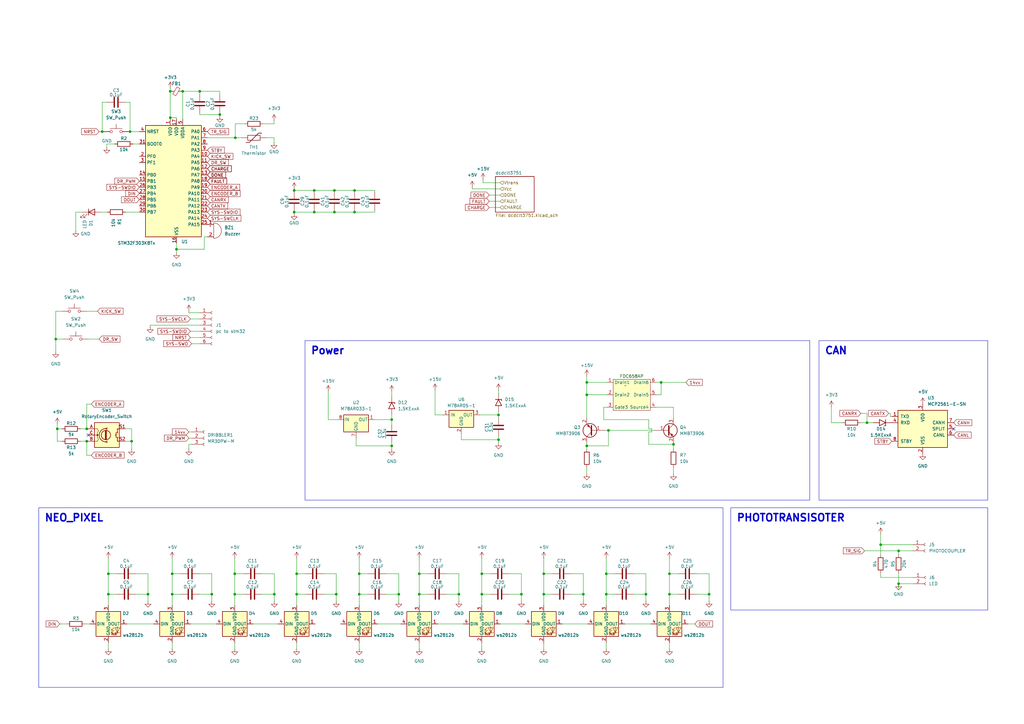
<source format=kicad_sch>
(kicad_sch (version 20230121) (generator eeschema)
  (paper "A3")
  (title_block (title "ssl_subboard_v1.0") (date "2023-11-7") (company "Ri-one_SSL") (comment 1 "made by Kotaro OCHIISHI"))
  (junction (at 53.975 180.975))
  (junction (at 368.554 239.395))
  (junction (at 145.415 86.995))
  (junction (at 223.012 235.331))
  (junction (at 204.47 180.34))
  (junction (at 188.214 243.713))
  (junction (at 361.188 223.393))
  (junction (at 44.45 235.331))
  (junction (at 163.576 243.713))
  (junction (at 147.32 243.713))
  (junction (at 240.665 182.88))
  (junction (at 368.554 225.933))
  (junction (at 249.555 176.53))
  (junction (at 53.34 53.975))
  (junction (at 69.85 37.465))
  (junction (at 112.522 243.713))
  (junction (at 145.415 78.105))
  (junction (at 248.666 235.331))
  (junction (at 128.905 86.995))
  (junction (at 44.45 243.713))
  (junction (at 120.65 78.105))
  (junction (at 137.16 86.995))
  (junction (at 90.17 46.99))
  (junction (at 160.655 172.085))
  (junction (at 274.574 243.713))
  (junction (at 240.665 156.845))
  (junction (at 276.225 182.245))
  (junction (at 72.39 102.235))
  (junction (at 197.612 243.713))
  (junction (at 213.868 243.713))
  (junction (at 271.145 156.845))
  (junction (at 35.56 180.975))
  (junction (at 96.52 56.515))
  (junction (at 355.6 173.355))
  (junction (at 171.958 235.331))
  (junction (at 197.612 235.331))
  (junction (at 22.86 139.065))
  (junction (at 239.268 243.713))
  (junction (at 204.47 170.18))
  (junction (at 121.666 235.331))
  (junction (at 74.93 37.465))
  (junction (at 70.612 243.713))
  (junction (at 35.56 175.895))
  (junction (at 137.922 243.713))
  (junction (at 120.65 86.995))
  (junction (at 274.574 235.331))
  (junction (at 96.266 235.331))
  (junction (at 147.32 235.331))
  (junction (at 160.655 182.88))
  (junction (at 240.665 161.925))
  (junction (at 81.915 37.465))
  (junction (at 248.666 243.713))
  (junction (at 137.16 78.105))
  (junction (at 69.85 48.26))
  (junction (at 86.868 243.713))
  (junction (at 121.666 243.713))
  (junction (at 60.706 243.713))
  (junction (at 70.612 235.331))
  (junction (at 23.495 175.895))
  (junction (at 171.958 243.713))
  (junction (at 290.83 243.713))
  (junction (at 96.266 243.713))
  (junction (at 41.91 53.975))
  (junction (at 264.922 243.713))
  (junction (at 128.905 78.105))
  (junction (at 223.012 243.713))
  (no_connect (at 391.16 175.895))
  (no_connect (at 36.195 178.435))
  (wire (pts (xy 120.65 77.47) (xy 120.65 78.105)))
  (wire (pts (xy 31.115 94.615) (xy 31.115 86.995)))
  (wire (pts (xy 121.666 235.331) (xy 121.666 243.713)))
  (wire (pts (xy 78.105 138.43) (xy 81.915 138.43)))
  (wire (pts (xy 204.47 168.91) (xy 204.47 170.18)))
  (wire (pts (xy 24.511 255.905) (xy 27.305 255.905)))
  (wire (pts (xy 197.612 235.331) (xy 197.612 243.713)))
  (wire (pts (xy 35.56 186.69) (xy 37.465 186.69)))
  (wire (pts (xy 234.188 243.713) (xy 239.268 243.713)))
  (wire (pts (xy 171.958 235.331) (xy 175.514 235.331)))
  (wire (pts (xy 179.578 255.905) (xy 189.992 255.905)))
  (wire (pts (xy 171.958 263.525) (xy 171.958 266.065)))
  (wire (pts (xy 264.922 235.331) (xy 264.922 243.713)))
  (wire (pts (xy 107.442 235.331) (xy 112.522 235.331)))
  (wire (pts (xy 153.67 78.105) (xy 153.67 78.74)))
  (wire (pts (xy 285.75 243.713) (xy 290.83 243.713)))
  (wire (pts (xy 193.675 77.47) (xy 205.105 77.47)))
  (wire (pts (xy 23.495 175.895) (xy 23.495 180.975)))
  (wire (pts (xy 43.942 86.995) (xy 41.402 86.995)))
  (wire (pts (xy 248.666 243.713) (xy 248.666 248.285)))
  (wire (pts (xy 53.34 53.975) (xy 57.15 53.975)))
  (wire (pts (xy 43.815 41.91) (xy 41.91 41.91)))
  (wire (pts (xy 183.134 235.331) (xy 188.214 235.331)))
  (wire (pts (xy 86.868 235.331) (xy 86.868 243.713)))
  (wire (pts (xy 77.47 179.705) (xy 78.74 179.705)))
  (wire (pts (xy 53.975 180.975) (xy 53.975 184.15)))
  (wire (pts (xy 146.05 179.705) (xy 146.05 182.88)))
  (wire (pts (xy 96.52 56.515) (xy 99.06 56.515)))
  (wire (pts (xy 178.435 160.02) (xy 178.435 170.18)))
  (wire (pts (xy 147.32 228.981) (xy 147.32 235.331)))
  (wire (pts (xy 107.442 243.713) (xy 112.522 243.713)))
  (wire (pts (xy 77.47 177.165) (xy 78.74 177.165)))
  (wire (pts (xy 240.665 154.305) (xy 240.665 156.845)))
  (wire (pts (xy 266.065 172.085) (xy 266.065 175.895)))
  (wire (pts (xy 355.6 173.355) (xy 353.06 173.355)))
  (wire (pts (xy 134.62 160.655) (xy 134.62 172.085)))
  (wire (pts (xy 22.86 127.635) (xy 22.86 139.065)))
  (wire (pts (xy 200.66 82.55) (xy 205.105 82.55)))
  (wire (pts (xy 53.34 41.91) (xy 53.34 53.975)))
  (wire (pts (xy 267.335 177.165) (xy 266.065 177.165)))
  (wire (pts (xy 269.24 167.005) (xy 276.225 167.005)))
  (wire (pts (xy 239.268 243.713) (xy 239.268 246.507)))
  (wire (pts (xy 204.47 160.02) (xy 204.47 161.29)))
  (wire (pts (xy 171.958 243.713) (xy 175.514 243.713)))
  (wire (pts (xy 204.47 179.07) (xy 204.47 180.34)))
  (wire (pts (xy 160.655 181.61) (xy 160.655 182.88)))
  (wire (pts (xy 51.435 41.91) (xy 53.34 41.91)))
  (wire (pts (xy 81.915 37.465) (xy 81.915 38.735)))
  (wire (pts (xy 61.595 133.35) (xy 61.595 133.985)))
  (wire (pts (xy 54.61 59.055) (xy 57.15 59.055)))
  (wire (pts (xy 74.93 37.465) (xy 81.915 37.465)))
  (wire (pts (xy 69.85 36.195) (xy 69.85 37.465)))
  (wire (pts (xy 44.45 263.525) (xy 44.45 266.065)))
  (wire (pts (xy 204.47 180.34) (xy 189.23 180.34)))
  (wire (pts (xy 96.266 263.525) (xy 96.266 266.065)))
  (wire (pts (xy 35.56 165.735) (xy 35.56 175.895)))
  (wire (pts (xy 81.788 235.331) (xy 86.868 235.331)))
  (wire (pts (xy 271.145 161.925) (xy 271.145 156.845)))
  (wire (pts (xy 121.666 235.331) (xy 125.222 235.331)))
  (wire (pts (xy 96.266 243.713) (xy 96.266 248.285)))
  (wire (pts (xy 90.17 46.355) (xy 90.17 46.99)))
  (wire (pts (xy 198.12 74.93) (xy 205.105 74.93)))
  (wire (pts (xy 70.612 243.713) (xy 70.612 248.285)))
  (wire (pts (xy 198.12 73.66) (xy 198.12 74.93)))
  (wire (pts (xy 22.86 139.065) (xy 26.035 139.065)))
  (wire (pts (xy 197.612 263.525) (xy 197.612 266.065)))
  (wire (pts (xy 248.666 235.331) (xy 252.222 235.331)))
  (wire (pts (xy 112.522 235.331) (xy 112.522 243.713)))
  (wire (pts (xy 33.02 180.975) (xy 35.56 180.975)))
  (wire (pts (xy 128.905 86.36) (xy 128.905 86.995)))
  (wire (pts (xy 374.65 236.855) (xy 361.188 236.855)))
  (wire (pts (xy 274.574 243.713) (xy 278.13 243.713)))
  (wire (pts (xy 223.012 235.331) (xy 226.568 235.331)))
  (wire (pts (xy 81.915 128.27) (xy 77.47 128.27)))
  (wire (pts (xy 70.612 228.981) (xy 70.612 235.331)))
  (wire (pts (xy 355.6 173.355) (xy 358.14 173.355)))
  (wire (pts (xy 44.45 235.331) (xy 48.006 235.331)))
  (wire (pts (xy 70.612 235.331) (xy 74.168 235.331)))
  (wire (pts (xy 248.666 235.331) (xy 248.666 243.713)))
  (wire (pts (xy 112.395 49.53) (xy 112.395 50.8)))
  (wire (pts (xy 248.92 156.845) (xy 240.665 156.845)))
  (wire (pts (xy 189.23 177.8) (xy 189.23 180.34)))
  (wire (pts (xy 171.958 228.981) (xy 171.958 235.331)))
  (wire (pts (xy 145.415 78.105) (xy 153.67 78.105)))
  (wire (pts (xy 53.975 180.975) (xy 51.435 180.975)))
  (wire (pts (xy 223.012 228.981) (xy 223.012 235.331)))
  (wire (pts (xy 188.214 235.331) (xy 188.214 243.713)))
  (wire (pts (xy 128.905 78.105) (xy 137.16 78.105)))
  (wire (pts (xy 160.655 182.88) (xy 146.05 182.88)))
  (wire (pts (xy 178.435 170.18) (xy 181.61 170.18)))
  (wire (pts (xy 256.286 255.905) (xy 266.954 255.905)))
  (wire (pts (xy 51.435 175.895) (xy 53.975 175.895)))
  (wire (pts (xy 90.17 37.465) (xy 90.17 38.735)))
  (wire (pts (xy 248.285 176.53) (xy 249.555 176.53)))
  (wire (pts (xy 240.665 181.61) (xy 240.665 182.88)))
  (wire (pts (xy 276.225 181.61) (xy 276.225 182.245)))
  (wire (pts (xy 248.92 167.005) (xy 247.65 167.005)))
  (wire (pts (xy 90.17 46.99) (xy 81.915 46.99)))
  (wire (pts (xy 353.06 169.545) (xy 355.6 169.545)))
  (wire (pts (xy 249.555 182.88) (xy 249.555 176.53)))
  (wire (pts (xy 69.85 48.26) (xy 69.85 48.895)))
  (wire (pts (xy 160.655 160.655) (xy 160.655 162.56)))
  (wire (pts (xy 266.065 175.895) (xy 267.335 175.895)))
  (wire (pts (xy 147.32 235.331) (xy 150.876 235.331)))
  (wire (pts (xy 145.415 86.36) (xy 145.415 86.995)))
  (wire (pts (xy 23.495 180.975) (xy 25.4 180.975)))
  (wire (pts (xy 44.45 235.331) (xy 44.45 243.713)))
  (wire (pts (xy 204.47 170.18) (xy 196.85 170.18)))
  (wire (pts (xy 96.266 235.331) (xy 99.822 235.331)))
  (wire (pts (xy 163.576 243.713) (xy 163.576 246.507)))
  (wire (pts (xy 85.09 56.515) (xy 96.52 56.515)))
  (wire (pts (xy 239.268 235.331) (xy 239.268 243.713)))
  (wire (pts (xy 121.666 243.713) (xy 125.222 243.713)))
  (wire (pts (xy 290.83 235.331) (xy 290.83 243.713)))
  (wire (pts (xy 35.56 180.975) (xy 35.56 186.69)))
  (wire (pts (xy 340.995 173.355) (xy 345.44 173.355)))
  (wire (pts (xy 197.612 235.331) (xy 201.168 235.331)))
  (wire (pts (xy 44.45 243.713) (xy 48.006 243.713)))
  (wire (pts (xy 120.65 86.36) (xy 120.65 86.995)))
  (wire (pts (xy 70.612 235.331) (xy 70.612 243.713)))
  (wire (pts (xy 137.16 78.105) (xy 137.16 78.74)))
  (wire (pts (xy 112.522 243.713) (xy 112.522 246.507)))
  (wire (pts (xy 78.232 255.905) (xy 88.646 255.905)))
  (wire (pts (xy 223.012 235.331) (xy 223.012 243.713)))
  (wire (pts (xy 77.47 128.27) (xy 77.47 127.635)))
  (wire (pts (xy 240.665 161.925) (xy 240.665 171.45)))
  (wire (pts (xy 160.655 172.085) (xy 153.67 172.085)))
  (wire (pts (xy 247.65 172.085) (xy 266.065 172.085)))
  (wire (pts (xy 163.576 235.331) (xy 163.576 243.713)))
  (wire (pts (xy 271.145 156.845) (xy 269.24 156.845)))
  (wire (pts (xy 200.66 85.09) (xy 205.105 85.09)))
  (wire (pts (xy 137.922 235.331) (xy 137.922 243.713)))
  (wire (pts (xy 368.554 225.933) (xy 374.396 225.933)))
  (wire (pts (xy 249.555 176.53) (xy 268.605 176.53)))
  (wire (pts (xy 223.012 243.713) (xy 226.568 243.713)))
  (wire (pts (xy 368.554 227.457) (xy 368.554 225.933)))
  (wire (pts (xy 160.655 170.18) (xy 160.655 172.085)))
  (wire (pts (xy 96.52 50.8) (xy 100.33 50.8)))
  (wire (pts (xy 121.666 263.525) (xy 121.666 266.065)))
  (wire (pts (xy 158.496 243.713) (xy 163.576 243.713)))
  (wire (pts (xy 259.842 235.331) (xy 264.922 235.331)))
  (wire (pts (xy 120.65 86.995) (xy 120.65 87.63)))
  (wire (pts (xy 147.32 263.525) (xy 147.32 266.065)))
  (wire (pts (xy 204.47 180.34) (xy 204.47 181.61)))
  (wire (pts (xy 60.706 243.713) (xy 60.706 246.507)))
  (wire (pts (xy 197.612 228.981) (xy 197.612 235.331)))
  (wire (pts (xy 132.842 243.713) (xy 137.922 243.713)))
  (wire (pts (xy 145.415 78.105) (xy 145.415 78.74)))
  (wire (pts (xy 81.915 46.99) (xy 81.915 46.355)))
  (wire (pts (xy 368.554 239.395) (xy 374.65 239.395)))
  (wire (pts (xy 81.915 140.97) (xy 78.74 140.97)))
  (wire (pts (xy 33.02 175.895) (xy 35.56 175.895)))
  (wire (pts (xy 361.188 236.855) (xy 361.188 235.077)))
  (wire (pts (xy 43.815 59.055) (xy 43.815 60.325)))
  (wire (pts (xy 208.788 243.713) (xy 213.868 243.713)))
  (wire (pts (xy 269.24 161.925) (xy 271.145 161.925)))
  (wire (pts (xy 77.47 184.15) (xy 77.47 182.245)))
  (wire (pts (xy 365.76 170.815) (xy 365.125 170.815)))
  (wire (pts (xy 86.868 243.713) (xy 86.868 246.507)))
  (wire (pts (xy 274.574 235.331) (xy 278.13 235.331)))
  (wire (pts (xy 193.675 76.835) (xy 193.675 77.47)))
  (wire (pts (xy 230.632 255.905) (xy 241.046 255.905)))
  (wire (pts (xy 267.335 175.895) (xy 267.335 177.165)))
  (wire (pts (xy 70.612 243.713) (xy 74.168 243.713)))
  (wire (pts (xy 271.145 156.845) (xy 281.305 156.845)))
  (wire (pts (xy 145.415 86.995) (xy 153.67 86.995)))
  (wire (pts (xy 96.52 50.8) (xy 96.52 56.515)))
  (wire (pts (xy 285.75 235.331) (xy 290.83 235.331)))
  (wire (pts (xy 213.868 235.331) (xy 213.868 243.713)))
  (wire (pts (xy 197.612 243.713) (xy 201.168 243.713)))
  (wire (pts (xy 35.56 127.635) (xy 40.005 127.635)))
  (wire (pts (xy 147.32 243.713) (xy 147.32 248.285)))
  (wire (pts (xy 248.666 263.525) (xy 248.666 266.065)))
  (wire (pts (xy 53.975 175.895) (xy 53.975 180.975)))
  (wire (pts (xy 121.666 243.713) (xy 121.666 248.285)))
  (wire (pts (xy 200.66 80.01) (xy 205.105 80.01)))
  (wire (pts (xy 96.266 235.331) (xy 96.266 243.713)))
  (wire (pts (xy 290.83 243.713) (xy 290.83 246.507)))
  (wire (pts (xy 41.91 53.975) (xy 42.545 53.975)))
  (wire (pts (xy 55.626 243.713) (xy 60.706 243.713)))
  (wire (pts (xy 35.56 165.735) (xy 37.465 165.735)))
  (wire (pts (xy 240.665 156.845) (xy 240.665 161.925)))
  (wire (pts (xy 368.554 235.077) (xy 368.554 239.395)))
  (wire (pts (xy 35.56 175.895) (xy 36.195 175.895)))
  (wire (pts (xy 240.665 182.88) (xy 249.555 182.88)))
  (wire (pts (xy 274.574 228.981) (xy 274.574 235.331)))
  (wire (pts (xy 128.905 78.105) (xy 128.905 78.74)))
  (wire (pts (xy 361.188 219.075) (xy 361.188 223.393)))
  (wire (pts (xy 22.86 127.635) (xy 25.4 127.635)))
  (wire (pts (xy 266.065 182.245) (xy 276.225 182.245)))
  (wire (pts (xy 69.85 37.465) (xy 69.85 48.26)))
  (wire (pts (xy 266.065 177.165) (xy 266.065 182.245)))
  (wire (pts (xy 36.195 139.065) (xy 40.64 139.065)))
  (wire (pts (xy 41.91 41.91) (xy 41.91 53.975)))
  (wire (pts (xy 72.39 48.895) (xy 72.39 48.26)))
  (wire (pts (xy 51.562 86.995) (xy 57.15 86.995)))
  (wire (pts (xy 274.574 243.713) (xy 274.574 248.285)))
  (wire (pts (xy 137.16 86.995) (xy 145.415 86.995)))
  (wire (pts (xy 240.665 191.77) (xy 240.665 194.31)))
  (wire (pts (xy 154.94 255.905) (xy 164.338 255.905)))
  (wire (pts (xy 44.45 228.981) (xy 44.45 235.331)))
  (wire (pts (xy 96.266 228.981) (xy 96.266 235.331)))
  (wire (pts (xy 248.666 228.981) (xy 248.666 235.331)))
  (wire (pts (xy 120.65 78.105) (xy 120.65 78.74)))
  (wire (pts (xy 160.655 172.085) (xy 160.655 173.99)))
  (wire (pts (xy 83.82 97.155) (xy 83.82 102.235)))
  (wire (pts (xy 274.574 235.331) (xy 274.574 243.713)))
  (wire (pts (xy 247.65 167.005) (xy 247.65 172.085)))
  (wire (pts (xy 276.225 182.245) (xy 276.225 184.15)))
  (wire (pts (xy 197.612 243.713) (xy 197.612 248.285)))
  (wire (pts (xy 240.665 161.925) (xy 248.92 161.925)))
  (wire (pts (xy 85.09 97.155) (xy 83.82 97.155)))
  (wire (pts (xy 276.225 191.77) (xy 276.225 194.31)))
  (wire (pts (xy 81.915 37.465) (xy 90.17 37.465)))
  (wire (pts (xy 365.125 170.815) (xy 365.125 169.545)))
  (wire (pts (xy 25.4 175.895) (xy 23.495 175.895)))
  (wire (pts (xy 213.868 243.713) (xy 213.868 246.507)))
  (wire (pts (xy 205.232 255.905) (xy 215.392 255.905)))
  (wire (pts (xy 70.612 263.525) (xy 70.612 266.065)))
  (wire (pts (xy 223.012 243.713) (xy 223.012 248.285)))
  (wire (pts (xy 276.225 167.005) (xy 276.225 171.45)))
  (wire (pts (xy 361.188 223.393) (xy 374.396 223.393)))
  (wire (pts (xy 282.194 255.905) (xy 284.988 255.905)))
  (wire (pts (xy 96.266 243.713) (xy 99.822 243.713)))
  (wire (pts (xy 120.65 78.105) (xy 128.905 78.105)))
  (wire (pts (xy 23.495 173.99) (xy 23.495 175.895)))
  (wire (pts (xy 158.496 235.331) (xy 163.576 235.331)))
  (wire (pts (xy 34.925 255.905) (xy 36.83 255.905)))
  (wire (pts (xy 153.67 86.995) (xy 153.67 86.36)))
  (wire (pts (xy 77.47 182.245) (xy 78.74 182.245)))
  (wire (pts (xy 78.105 130.81) (xy 81.915 130.81)))
  (wire (pts (xy 44.45 243.713) (xy 44.45 248.285)))
  (wire (pts (xy 355.6 169.545) (xy 355.6 173.355)))
  (wire (pts (xy 204.47 170.18) (xy 204.47 171.45)))
  (wire (pts (xy 55.626 235.331) (xy 60.706 235.331)))
  (wire (pts (xy 132.842 235.331) (xy 137.922 235.331)))
  (wire (pts (xy 112.395 56.515) (xy 112.395 58.42)))
  (wire (pts (xy 72.39 102.235) (xy 72.39 103.505)))
  (wire (pts (xy 81.915 133.35) (xy 61.595 133.35)))
  (wire (pts (xy 240.665 182.88) (xy 240.665 184.15)))
  (wire (pts (xy 31.115 86.995) (xy 33.782 86.995)))
  (wire (pts (xy 188.214 243.713) (xy 188.214 246.507)))
  (wire (pts (xy 340.995 167.005) (xy 340.995 173.355)))
  (wire (pts (xy 112.395 50.8) (xy 107.95 50.8)))
  (wire (pts (xy 22.86 139.065) (xy 22.86 144.145)))
  (wire (pts (xy 361.188 223.393) (xy 361.188 227.457)))
  (wire (pts (xy 60.706 235.331) (xy 60.706 243.713)))
  (wire (pts (xy 147.32 243.713) (xy 150.876 243.713)))
  (wire (pts (xy 274.574 263.525) (xy 274.574 266.065)))
  (wire (pts (xy 81.915 135.89) (xy 78.105 135.89)))
  (wire (pts (xy 234.188 235.331) (xy 239.268 235.331)))
  (wire (pts (xy 223.012 263.525) (xy 223.012 266.065)))
  (wire (pts (xy 120.65 86.995) (xy 128.905 86.995)))
  (wire (pts (xy 52.705 53.975) (xy 53.34 53.975)))
  (wire (pts (xy 40.64 53.975) (xy 41.91 53.975)))
  (wire (pts (xy 35.56 180.975) (xy 36.195 180.975)))
  (wire (pts (xy 171.958 243.713) (xy 171.958 248.285)))
  (wire (pts (xy 137.16 86.36) (xy 137.16 86.995)))
  (wire (pts (xy 46.99 59.055) (xy 43.815 59.055)))
  (wire (pts (xy 72.39 99.695) (xy 72.39 102.235)))
  (wire (pts (xy 128.905 86.995) (xy 137.16 86.995)))
  (wire (pts (xy 109.22 56.515) (xy 112.395 56.515)))
  (wire (pts (xy 160.655 182.88) (xy 160.655 184.15)))
  (wire (pts (xy 147.32 235.331) (xy 147.32 243.713)))
  (wire (pts (xy 365.125 169.545) (xy 364.49 169.545)))
  (wire (pts (xy 137.16 78.105) (xy 145.415 78.105)))
  (wire (pts (xy 259.842 243.713) (xy 264.922 243.713)))
  (wire (pts (xy 264.922 243.713) (xy 264.922 246.507)))
  (wire (pts (xy 171.958 235.331) (xy 171.958 243.713)))
  (wire (pts (xy 208.788 235.331) (xy 213.868 235.331)))
  (wire (pts (xy 72.39 102.235) (xy 83.82 102.235)))
  (wire (pts (xy 248.666 243.713) (xy 252.222 243.713)))
  (wire (pts (xy 121.666 228.981) (xy 121.666 235.331)))
  (wire (pts (xy 90.17 46.99) (xy 90.17 47.625)))
  (wire (pts (xy 354.584 225.933) (xy 368.554 225.933)))
  (wire (pts (xy 183.134 243.713) (xy 188.214 243.713)))
  (wire (pts (xy 137.922 243.713) (xy 137.922 246.507)))
  (wire (pts (xy 52.07 255.905) (xy 62.992 255.905)))
  (wire (pts (xy 74.93 37.465) (xy 74.93 48.895)))
  (wire (pts (xy 81.788 243.713) (xy 86.868 243.713)))
  (wire (pts (xy 134.62 172.085) (xy 138.43 172.085)))
  (wire (pts (xy 368.554 239.395) (xy 368.554 241.935)))
  (wire (pts (xy 103.886 255.905) (xy 114.046 255.905)))
  (wire (pts (xy 72.39 48.26) (xy 69.85 48.26)))
  (text_box "PHOTOTRANSISOTER" (at 299.72 208.28 0) (size 105.41 41.91) (effects (font (size 3 3) (thickness 0.6) bold) (justify left top)))
  (text_box "NEO_PIXEL" (at 15.875 208.28 0) (size 280.67 73.66) (effects (font (size 3 3) (thickness 0.6) bold) (justify left top)))
  (text_box "Power" (at 125.095 139.7 0) (size 207.01 65.405) (effects (font (size 3 3) (thickness 0.6) bold) (justify left top)))
  (text_box "CAN" (at 335.915 139.7 0) (size 69.215 65.405) (effects (font (size 3 3) (thickness 0.6) bold) (justify left top)))
  (global_label "NRST" (shape input) (at 40.64 53.975 180) (property "Intersheetrefs" "${INTERSHEET_REFS}" (effects hide)))
  (global_label "DONE" (shape input) (at 85.09 71.755 0) (property "Intersheetrefs" "${INTERSHEET_REFS}" (effects hide)))
  (global_label "CANTX" (shape input) (at 85.09 84.455 0) (property "Intersheetrefs" "${INTERSHEET_REFS}" (effects hide)))
  (global_label "SYS-SWDIO" (shape input) (at 78.105 135.89 180) (property "Intersheetrefs" "${INTERSHEET_REFS}" (effects hide)))
  (global_label "ENCODER_B" (shape input) (at 85.09 79.375 0) (property "Intersheetrefs" "${INTERSHEET_REFS}" (effects hide)))
  (global_label "TR_SIG" (shape input) (at 85.09 53.975 0) (property "Intersheetrefs" "${INTERSHEET_REFS}" (effects hide)))
  (global_label "DR_SW" (shape input) (at 85.09 66.675 0) (property "Intersheetrefs" "${INTERSHEET_REFS}" (effects hide)))
  (global_label "ENCODER_B" (shape input) (at 37.465 186.69 0) (property "Intersheetrefs" "${INTERSHEET_REFS}" (effects hide)))
  (global_label "CHARGE" (shape input) (at 200.66 85.09 180) (property "Intersheetrefs" "${INTERSHEET_REFS}" (effects hide)))
  (global_label "DR_SW" (shape input) (at 40.64 139.065 0) (property "Intersheetrefs" "${INTERSHEET_REFS}" (effects hide)))
  (global_label "SYS-SWO" (shape input) (at 78.613 140.97 180) (property "Intersheetrefs" "${INTERSHEET_REFS}" (effects hide)))
  (global_label "TR_SIG" (shape input) (at 354.584 225.933 180) (property "Intersheetrefs" "${INTERSHEET_REFS}" (effects hide)))
  (global_label "ENCODER_A" (shape input) (at 85.09 76.835 0) (property "Intersheetrefs" "${INTERSHEET_REFS}" (effects hide)))
  (global_label "CANH" (shape input) (at 391.16 173.355 0) (property "Intersheetrefs" "${INTERSHEET_REFS}" (effects hide)))
  (global_label "STBY" (shape input) (at 365.76 180.975 180) (property "Intersheetrefs" "${INTERSHEET_REFS}" (effects hide)))
  (global_label "CANRX" (shape input) (at 353.06 169.545 180) (property "Intersheetrefs" "${INTERSHEET_REFS}" (effects hide)))
  (global_label "DOUT" (shape input) (at 57.15 81.915 180) (property "Intersheetrefs" "${INTERSHEET_REFS}" (effects hide)))
  (global_label "FAULT" (shape input) (at 85.09 74.295 0) (property "Intersheetrefs" "${INTERSHEET_REFS}" (effects hide)))
  (global_label "DR_PWM" (shape input) (at 77.47 179.705 180) (property "Intersheetrefs" "${INTERSHEET_REFS}" (effects hide)))
  (global_label "KICK_SW" (shape input) (at 85.09 64.135 0) (property "Intersheetrefs" "${INTERSHEET_REFS}" (effects hide)))
  (global_label "DONE" (shape input) (at 200.66 80.01 180) (property "Intersheetrefs" "${INTERSHEET_REFS}" (effects hide)))
  (global_label "STBY" (shape input) (at 85.09 61.595 0) (property "Intersheetrefs" "${INTERSHEET_REFS}" (effects hide)))
  (global_label "NRST" (shape input) (at 78.105 138.43 180) (property "Intersheetrefs" "${INTERSHEET_REFS}" (effects hide)))
  (global_label "FAULT" (shape input) (at 85.09 74.295 0) (property "Intersheetrefs" "${INTERSHEET_REFS}" (effects hide)))
  (global_label "CANTX" (shape input) (at 364.49 169.545 180) (property "Intersheetrefs" "${INTERSHEET_REFS}" (effects hide)))
  (global_label "KICK_SW" (shape input) (at 40.005 127.635 0) (property "Intersheetrefs" "${INTERSHEET_REFS}" (effects hide)))
  (global_label "DIN" (shape input) (at 57.15 79.375 180) (property "Intersheetrefs" "${INTERSHEET_REFS}" (effects hide)))
  (global_label "DR_PWM" (shape input) (at 57.15 74.295 180) (property "Intersheetrefs" "${INTERSHEET_REFS}" (effects hide)))
  (global_label "DIN" (shape input) (at 24.511 255.905 180) (property "Intersheetrefs" "${INTERSHEET_REFS}" (effects hide)))
  (global_label "CHARGE" (shape input) (at 85.09 69.215 0) (property "Intersheetrefs" "${INTERSHEET_REFS}" (effects hide)))
  (global_label "CHARGE" (shape input) (at 85.09 69.215 0) (property "Intersheetrefs" "${INTERSHEET_REFS}" (effects hide)))
  (global_label "DOUT" (shape input) (at 284.988 255.905 0) (property "Intersheetrefs" "${INTERSHEET_REFS}" (effects hide)))
  (global_label "CANL" (shape input) (at 391.16 178.435 0) (property "Intersheetrefs" "${INTERSHEET_REFS}" (effects hide)))
  (global_label "ENCODER_A" (shape input) (at 37.465 165.735 0) (property "Intersheetrefs" "${INTERSHEET_REFS}" (effects hide)))
  (global_label "SYS-SWDIO" (shape input) (at 57.15 76.835 180) (property "Intersheetrefs" "${INTERSHEET_REFS}" (effects hide)))
  (global_label "FAULT" (shape input) (at 200.66 82.55 180) (property "Intersheetrefs" "${INTERSHEET_REFS}" (effects hide)))
  (global_label "14vv" (shape input) (at 77.47 177.165 180) (property "Intersheetrefs" "${INTERSHEET_REFS}" (effects hide)))
  (global_label "SYS-SWDIO" (shape input) (at 85.09 86.995 0) (property "Intersheetrefs" "${INTERSHEET_REFS}" (effects hide)))
  (global_label "CANRX" (shape input) (at 85.09 81.915 0) (property "Intersheetrefs" "${INTERSHEET_REFS}" (effects hide)))
  (global_label "SYS-SWCLK" (shape input) (at 85.09 89.535 0) (property "Intersheetrefs" "${INTERSHEET_REFS}" (effects hide)))
  (global_label "DONE" (shape input) (at 85.09 71.755 0) (property "Intersheetrefs" "${INTERSHEET_REFS}" (effects hide)))
  (global_label "SYS-SWCLK" (shape input) (at 78.105 130.81 180) (property "Intersheetrefs" "${INTERSHEET_REFS}" (effects hide)))
  (global_label "14vv" (shape input) (at 281.305 156.845 0) (property "Intersheetrefs" "${INTERSHEET_REFS}" (effects hide)))
  (hierarchical_label "Vtrans" (shape input) (at 205.105 74.93 0))
  (hierarchical_label "CHARGE" (shape input) (at 205.105 85.09 0))
  (hierarchical_label "FAULT" (shape input) (at 205.105 82.55 0))
  (hierarchical_label "DONE" (shape input) (at 205.105 80.01 0))
  (hierarchical_label "Vcc" (shape input) (at 205.105 77.47 0))
  (symbol (lib_id "power:+3V3") (at 112.395 49.53 0) (unit 1)
    (property "Reference" "#PWR065" (effects hide))
    (property "Value" "+3V3" (at 112.395 44.45 0))
  )
  (symbol (lib_id "power:+3V3") (at 120.65 77.47 0) (unit 1)
    (property "Reference" "#PWR057" (effects hide))
    (property "Value" "+3V3" (at 120.65 73.025 0))
  )
  (symbol (lib_id "Switch:SW_Push") (at 30.48 127.635 0) (unit 1)
    (property "Reference" "SW4" (at 30.48 119.38 0))
    (property "Value" "SW_Push" (at 30.48 121.92 0))
  )
  (symbol (lib_id "power:+15V") (at 198.12 73.66 0) (unit 1)
    (property "Reference" "#PWR046" (effects hide))
    (property "Value" "+15V" (at 198.12 69.215 0))
  )
  (symbol (lib_id "Device:C") (at 51.816 235.331 90) (unit 1)
    (property "Reference" "C4" (at 51.816 229.997 90))
    (property "Value" "0.1uF" (at 51.816 232.283 90))
    (property "Footprint" "C_0603_1608Metric" (effects hide))
  )
  (symbol (lib_id "MCU_ST_STM32F3:STM32F303K8Tx") (at 69.85 74.295 0) (unit 1)
    (property "Reference" "U1" (at 74.3459 99.06 0) (effects (justify left)))
    (property "Value" "STM32F303K8Tx" (at 48.26 99.695 0) (effects (justify left)))
    (property "Footprint" "Package_QFP:LQFP-32_7x7mm_P0.8mm" (effects hide))
    (property "Datasheet" "https://www.st.com/resource/en/datasheet/stm32f303k8.pdf" (effects hide))
  )
  (symbol (lib_id "Interface_CAN_LIN:MCP2561-E-SN") (at 378.46 175.895 0) (unit 1)
    (property "Reference" "U3" (at 380.4159 163.195 0) (effects (justify left)))
    (property "Value" "MCP2561-E-SN" (at 380.4159 165.735 0) (effects (justify left)))
    (property "Footprint" "Package_SO:SOIC-8_3.9x4.9mm_P1.27mm" (effects hide))
    (property "Datasheet" "http://ww1.microchip.com/downloads/en/DeviceDoc/25167A.pdf" (effects hide))
  )
  (symbol (lib_id "Device:C") (at 47.625 41.91 90) (unit 1)
    (property "Reference" "C3" (at 47.625 37.084 90))
    (property "Value" "0.1uF" (at 47.625 38.862 90))
    (property "Footprint" "C_0603_1608Metric" (effects hide))
  )
  (symbol (lib_id "Connector:Conn_01x02_Socket") (at 379.476 223.393 0) (unit 1)
    (property "Reference" "J5" (at 381 223.393 0) (effects (justify left)))
    (property "Value" "PHOTOCOUPLER" (at 381 225.933 0) (effects (justify left)))
  )
  (symbol (lib_id "power:GND") (at 264.922 246.507 0) (unit 1)
    (property "Reference" "#PWR028" (effects hide))
    (property "Value" "GND" (at 264.922 251.587 0))
  )
  (symbol (lib_id "power:GND") (at 276.225 194.31 0) (unit 1)
    (property "Reference" "#PWR054" (effects hide))
    (property "Value" "GND" (at 276.225 199.39 0))
  )
  (symbol (lib_id "Device:R") (at 349.25 173.355 90) (unit 1)
    (property "Reference" "R10" (at 349.25 175.895 90))
    (property "Value" "10k" (at 349.25 178.435 90))
    (property "Footprint" "C_0603_1608Metric" (effects hide))
  )
  (symbol (lib_id "power:GND") (at 61.595 133.985 0) (unit 1)
    (property "Reference" "#PWR07" (effects hide))
    (property "Value" "GND" (at 61.595 139.065 0))
  )
  (symbol (lib_id "LED:NeoPixel_THT") (at 248.666 255.905 0) (unit 1)
    (property "Reference" "D10" (at 255.778 251.587 0))
    (property "Value" "ws2812b" (at 258.826 260.477 0))
    (property "Datasheet" "https://www.adafruit.com/product/1938" (effects hide))
  )
  (symbol (lib_id "power:GND") (at 147.32 266.065 0) (unit 1)
    (property "Reference" "#PWR034" (effects hide))
    (property "Value" "GND" (at 147.32 271.145 0))
  )
  (symbol (lib_id "power:GND") (at 137.922 246.507 0) (unit 1)
    (property "Reference" "#PWR018" (effects hide))
    (property "Value" "GND" (at 137.922 251.587 0))
  )
  (symbol (lib_id "power:+3V3") (at 160.655 160.655 0) (unit 1)
    (property "Reference" "#PWR041" (effects hide))
    (property "Value" "+3V3" (at 160.655 155.575 0))
  )
  (symbol (lib_id "power:+5V") (at 274.574 228.981 0) (unit 1)
    (property "Reference" "#PWR029" (effects hide))
    (property "Value" "+5V" (at 274.574 224.409 0))
  )
  (symbol (lib_id "Connector:Conn_01x06_Socket") (at 86.995 133.35 0) (unit 1)
    (property "Reference" "J1" (at 88.519 133.35 0) (effects (justify left)))
    (property "Value" "pc to stm32" (at 88.519 135.89 0) (effects (justify left)))
  )
  (symbol (lib_id "Switch:SW_Push") (at 47.625 53.975 0) (unit 1)
    (property "Reference" "SW3" (at 47.625 45.72 0))
    (property "Value" "SW_Push" (at 47.625 48.26 0))
  )
  (symbol (lib_id "Device:C") (at 281.94 243.713 90) (unit 1)
    (property "Reference" "C26" (at 281.94 238.887 90))
    (property "Value" "0.1uF" (at 281.94 240.665 90))
    (property "Footprint" "C_0603_1608Metric" (effects hide))
  )
  (symbol (lib_id "power:+3V3") (at 69.85 36.195 0) (unit 1)
    (property "Reference" "#PWR02" (effects hide))
    (property "Value" "+3V3" (at 69.85 31.75 0))
  )
  (symbol (lib_id "LED:NeoPixel_THT") (at 96.266 255.905 0) (unit 1)
    (property "Reference" "D4" (at 103.378 251.587 0))
    (property "Value" "ws2812b" (at 106.426 260.477 0))
    (property "Datasheet" "https://www.adafruit.com/product/1938" (effects hide))
  )
  (symbol (lib_id "power:GND") (at 96.266 266.065 0) (unit 1)
    (property "Reference" "#PWR032" (effects hide))
    (property "Value" "GND" (at 96.266 271.145 0))
  )
  (symbol (lib_id "Diode:1.5KExxA") (at 361.95 173.355 180) (unit 1)
    (property "Reference" "D14" (at 361.315 175.895 0))
    (property "Value" "1.5KExxA" (at 361.315 178.435 0))
    (property "Footprint" "Diode_THT:D_DO-201AE_P15.24mm_Horizontal" (effects hide))
    (property "Datasheet" "https://www.vishay.com/docs/88301/15ke.pdf" (effects hide))
  )
  (symbol (lib_id "LED:NeoPixel_THT") (at 171.958 255.905 0) (unit 1)
    (property "Reference" "D7" (at 179.07 251.587 0))
    (property "Value" "ws2812b" (at 182.118 260.477 0))
    (property "Datasheet" "https://www.adafruit.com/product/1938" (effects hide))
  )
  (symbol (lib_id "Diode:1.5KExxA") (at 204.47 165.1 270) (unit 1)
    (property "Reference" "D15" (at 207.01 163.83 90) (effects (justify left)))
    (property "Value" "1.5KExxA" (at 207.01 166.37 90) (effects (justify left)))
    (property "Footprint" "Diode_THT:D_DO-201AE_P15.24mm_Horizontal" (effects hide))
    (property "Datasheet" "https://www.vishay.com/docs/88301/15ke.pdf" (effects hide))
  )
  (symbol (lib_id "power:GND") (at 121.666 266.065 0) (unit 1)
    (property "Reference" "#PWR033" (effects hide))
    (property "Value" "GND" (at 121.666 271.145 0))
  )
  (symbol (lib_id "Device:C") (at 51.816 243.713 90) (unit 1)
    (property "Reference" "C5" (at 51.816 238.887 90))
    (property "Value" "0.1uF" (at 51.816 240.665 90))
    (property "Footprint" "C_0603_1608Metric" (effects hide))
  )
  (symbol (lib_id "Device:C") (at 103.632 243.713 90) (unit 1)
    (property "Reference" "C12" (at 103.632 238.887 90))
    (property "Value" "0.1uF" (at 103.632 240.665 90))
    (property "Footprint" "C_0603_1608Metric" (effects hide))
  )
  (symbol (lib_id "Device:C") (at 77.978 243.713 90) (unit 1)
    (property "Reference" "C7" (at 77.978 238.887 90))
    (property "Value" "0.1uF" (at 77.978 240.665 90))
    (property "Footprint" "C_0603_1608Metric" (effects hide))
  )
  (symbol (lib_id "power:GND") (at 213.868 246.507 0) (unit 1)
    (property "Reference" "#PWR024" (effects hide))
    (property "Value" "GND" (at 213.868 251.587 0))
  )
  (symbol (lib_id "Device:C") (at 154.686 235.331 90) (unit 1)
    (property "Reference" "C15" (at 154.686 229.997 90))
    (property "Value" "0.1uF" (at 154.686 232.283 90))
    (property "Footprint" "C_0603_1608Metric" (effects hide))
  )
  (symbol (lib_id "power:GND") (at 60.706 246.507 0) (unit 1)
    (property "Reference" "#PWR05" (effects hide))
    (property "Value" "GND" (at 60.706 251.587 0))
  )
  (symbol (lib_id "Connector:Conn_01x02_Socket") (at 379.73 236.855 0) (unit 1)
    (property "Reference" "J6" (at 381 236.855 0) (effects (justify left)))
    (property "Value" "LED" (at 381 239.395 0) (effects (justify left)))
  )
  (symbol (lib_id "Device:R") (at 29.21 180.975 90) (unit 1)
    (property "Reference" "R13" (at 29.21 183.515 90))
    (property "Value" "5k" (at 29.21 186.055 90))
    (property "Footprint" "C_0603_1608Metric" (effects hide))
  )
  (symbol (lib_id "power:+15V") (at 178.435 160.02 0) (unit 1)
    (property "Reference" "#PWR067" (effects hide))
    (property "Value" "+15V" (at 178.435 155.575 0))
  )
  (symbol (lib_id "power:GND") (at 188.214 246.507 0) (unit 1)
    (property "Reference" "#PWR022" (effects hide))
    (property "Value" "GND" (at 188.214 251.587 0))
  )
  (symbol (lib_id "Device:R") (at 276.225 187.96 0) (unit 1)
    (property "Reference" "R7" (at 278.765 186.69 0) (effects (justify left)))
    (property "Value" "10k" (at 278.765 189.23 0) (effects (justify left)))
    (property "Footprint" "C_0603_1608Metric" (effects hide))
  )
  (symbol (lib_id "Transistor_BJT:MMBT3906") (at 273.685 176.53 0) (unit 1)
    (property "Reference" "Q4" (at 278.765 175.26 0) (effects (justify left)))
    (property "Value" "MMBT3906" (at 278.765 177.8 0) (effects (justify left)))
    (property "Footprint" "Package_TO_SOT_SMD:SOT-23" (effects hide))
    (property "Datasheet" "https://www.onsemi.com/pub/Collateral/2N3906-D.PDF" (effects hide))
  )
  (symbol (lib_id "Device:C") (at 81.915 42.545 180) (unit 1)
    (property "Reference" "C1" (at 77.089 42.545 90))
    (property "Value" "0.1uF" (at 78.867 42.545 90))
    (property "Footprint" "C_0603_1608Metric" (effects hide))
  )
  (symbol (lib_id "power:GND") (at 171.958 266.065 0) (unit 1)
    (property "Reference" "#PWR035" (effects hide))
    (property "Value" "GND" (at 171.958 271.145 0))
  )
  (symbol (lib_id "LED:NeoPixel_THT") (at 223.012 255.905 0) (unit 1)
    (property "Reference" "D9" (at 230.124 251.587 0))
    (property "Value" "ws2812b" (at 233.172 260.477 0))
    (property "Datasheet" "https://www.adafruit.com/product/1938" (effects hide))
  )
  (symbol (lib_id "LED:NeoPixel_THT") (at 44.45 255.905 0) (unit 1)
    (property "Reference" "D2" (at 51.562 251.587 0))
    (property "Value" "ws2812b" (at 54.61 260.477 0))
    (property "Datasheet" "https://www.adafruit.com/product/1938" (effects hide))
  )
  (symbol (lib_id "power:+5V") (at 147.32 228.981 0) (unit 1)
    (property "Reference" "#PWR019" (effects hide))
    (property "Value" "+5V" (at 147.32 224.409 0))
  )
  (symbol (lib_id "Device:C") (at 281.94 235.331 90) (unit 1)
    (property "Reference" "C25" (at 281.94 229.997 90))
    (property "Value" "0.1uF" (at 281.94 232.283 90))
    (property "Footprint" "C_0603_1608Metric" (effects hide))
  )
  (symbol (lib_id "power:GND") (at 378.46 186.055 0) (unit 1)
    (property "Reference" "#PWR055" (effects hide))
    (property "Value" "GND" (at 378.46 191.135 0))
  )
  (symbol (lib_id "Device:C") (at 129.032 235.331 90) (unit 1)
    (property "Reference" "C13" (at 129.032 229.997 90))
    (property "Value" "0.1uF" (at 129.032 232.283 90))
    (property "Footprint" "C_0603_1608Metric" (effects hide))
  )
  (symbol (lib_id "power:GND") (at 70.612 266.065 0) (unit 1)
    (property "Reference" "#PWR031" (effects hide))
    (property "Value" "GND" (at 70.612 271.145 0))
  )
  (symbol (lib_id "power:GND") (at 22.86 144.145 0) (unit 1)
    (property "Reference" "#PWR064" (effects hide))
    (property "Value" "GND" (at 22.86 149.225 0))
  )
  (symbol (lib_id "power:GND") (at 72.39 103.505 0) (unit 1)
    (property "Reference" "#PWR011" (effects hide))
    (property "Value" "GND" (at 72.39 108.585 0))
  )
  (symbol (lib_id "power:GND") (at 274.574 266.065 0) (unit 1)
    (property "Reference" "#PWR039" (effects hide))
    (property "Value" "GND" (at 274.574 271.145 0))
  )
  (symbol (lib_id "power:GND") (at 90.17 47.625 0) (unit 1)
    (property "Reference" "#PWR01" (effects hide))
    (property "Value" "GND" (at 90.17 51.435 0))
  )
  (symbol (lib_id "power:+15V") (at 240.665 154.305 0) (unit 1)
    (property "Reference" "#PWR062" (effects hide))
    (property "Value" "+15V" (at 240.665 149.86 0))
  )
  (symbol (lib_id "Device:C") (at 230.378 243.713 90) (unit 1)
    (property "Reference" "C22" (at 230.378 238.887 90))
    (property "Value" "0.1uF" (at 230.378 240.665 90))
    (property "Footprint" "C_0603_1608Metric" (effects hide))
  )
  (symbol (lib_id "Device:C") (at 154.686 243.713 90) (unit 1)
    (property "Reference" "C16" (at 154.686 238.887 90))
    (property "Value" "0.1uF" (at 154.686 240.665 90))
    (property "Footprint" "C_0603_1608Metric" (effects hide))
  )
  (symbol (lib_id "Device:C") (at 77.978 235.331 90) (unit 1)
    (property "Reference" "C6" (at 77.978 229.997 90))
    (property "Value" "0.1uF" (at 77.978 232.283 90))
    (property "Footprint" "C_0603_1608Metric" (effects hide))
  )
  (symbol (lib_id "Device:R") (at 104.14 50.8 90) (unit 1)
    (property "Reference" "R23" (at 104.14 48.514 90))
    (property "Value" "5k" (at 104.14 53.086 90))
    (property "Footprint" "C_0603_1608Metric" (effects hide))
  )
  (symbol (lib_id "Device:RotaryEncoder_Switch") (at 43.815 178.435 0) (unit 1)
    (property "Reference" "SW1" (at 43.815 168.275 0))
    (property "Value" "RotaryEncoder_Switch" (at 43.815 170.815 0))
  )
  (symbol (lib_id "Device:C") (at 256.032 235.331 90) (unit 1)
    (property "Reference" "C23" (at 256.032 229.997 90))
    (property "Value" "0.1uF" (at 256.032 232.283 90))
    (property "Footprint" "C_0603_1608Metric" (effects hide))
  )
  (symbol (lib_id "LED:NeoPixel_THT") (at 274.574 255.905 0) (unit 1)
    (property "Reference" "D11" (at 281.686 251.587 0))
    (property "Value" "ws2812b" (at 284.734 260.477 0))
    (property "Datasheet" "https://www.adafruit.com/product/1938" (effects hide))
  )
  (symbol (lib_id "power:GND") (at 240.665 194.31 0) (unit 1)
    (property "Reference" "#PWR053" (effects hide))
    (property "Value" "GND" (at 240.665 199.39 0))
  )
  (symbol (lib_id "power:+5V") (at 378.46 165.735 0) (unit 1)
    (property "Reference" "#PWR059" (effects hide))
    (property "Value" "+5V" (at 378.46 160.655 0))
  )
  (symbol (lib_id "power:+5V") (at 70.612 228.981 0) (unit 1)
    (property "Reference" "#PWR013" (effects hide))
    (property "Value" "+5V" (at 70.612 224.409 0))
  )
  (symbol (lib_id "Switch:SW_Push") (at 31.115 139.065 0) (unit 1)
    (property "Reference" "SW2" (at 31.115 130.81 0))
    (property "Value" "SW_Push" (at 31.115 133.35 0))
  )
  (symbol (lib_id "Regulator_Linear:LM78L05_SO8") (at 146.05 172.085 0) (unit 1)
    (property "Reference" "U2" (at 146.05 165.1 0))
    (property "Value" "M78AR033-1" (at 146.05 167.64 0))
    (property "Footprint" "Package_SO:SOIC-8_3.9x4.9mm_P1.27mm" (effects hide))
    (property "Datasheet" "https://www.onsemi.com/pub/Collateral/MC78L06A-D.pdf" (effects hide))
  )
  (symbol (lib_id "Device:C") (at 160.655 177.8 180) (unit 1)
    (property "Reference" "C32" (at 155.829 177.8 90))
    (property "Value" "3.3u" (at 157.607 177.8 90))
    (property "Footprint" "C_0603_1608Metric" (effects hide))
  )
  (symbol (lib_id "power:GND") (at 248.666 266.065 0) (unit 1)
    (property "Reference" "#PWR038" (effects hide))
    (property "Value" "GND" (at 248.666 271.145 0))
  )
  (symbol (lib_id "power:GND") (at 112.522 246.507 0) (unit 1)
    (property "Reference" "#PWR016" (effects hide))
    (property "Value" "GND" (at 112.522 251.587 0))
  )
  (symbol (lib_id "Converter_DCDC:OKI-78SR-3.3_1.5-W36-C") (at 189.23 170.18 0) (unit 1)
    (property "Reference" "U6" (at 189.23 163.83 0))
    (property "Value" "M78AR05-1" (at 189.23 166.37 0))
    (property "Footprint" "Converter_DCDC:Converter_DCDC_Murata_OKI-78SR_Vertical" (effects hide))
    (property "Datasheet" "https://power.murata.com/data/power/oki-78sr.pdf" (effects hide))
  )
  (symbol (lib_id "Device:R") (at 361.188 231.267 180) (unit 1)
    (property "Reference" "R4" (at 358.902 231.267 90))
    (property "Value" "470" (at 363.474 231.267 90))
    (property "Footprint" "C_0603_1608Metric" (effects hide))
  )
  (symbol (lib_id "power:GND") (at 163.576 246.507 0) (unit 1)
    (property "Reference" "#PWR020" (effects hide))
    (property "Value" "GND" (at 163.576 251.587 0))
  )
  (symbol (lib_id "power:GND") (at 368.554 239.395 0) (unit 1)
    (property "Reference" "#PWR044" (effects hide))
    (property "Value" "GND" (at 368.554 243.713 0))
  )
  (symbol (lib_id "LED:NeoPixel_THT") (at 197.612 255.905 0) (unit 1)
    (property "Reference" "D8" (at 204.724 251.587 0))
    (property "Value" "ws2812b" (at 207.772 260.477 0))
    (property "Datasheet" "https://www.adafruit.com/product/1938" (effects hide))
  )
  (symbol (lib_id "Device:C") (at 204.978 235.331 90) (unit 1)
    (property "Reference" "C19" (at 204.978 229.997 90))
    (property "Value" "0.1uF" (at 204.978 232.283 90))
    (property "Footprint" "C_0603_1608Metric" (effects hide))
  )
  (symbol (lib_id "Device:C") (at 129.032 243.713 90) (unit 1)
    (property "Reference" "C14" (at 129.032 238.887 90))
    (property "Value" "0.1uF" (at 129.032 240.665 90))
    (property "Footprint" "C_0603_1608Metric" (effects hide))
  )
  (symbol (lib_id "Device:C") (at 204.47 175.26 180) (unit 1)
    (property "Reference" "C31" (at 199.644 175.26 90))
    (property "Value" "3.3u" (at 201.422 175.26 90))
    (property "Footprint" "C_0603_1608Metric" (effects hide))
  )
  (symbol (lib_id "power:GND") (at 53.975 184.15 0) (unit 1)
    (property "Reference" "#PWR060" (effects hide))
    (property "Value" "GND" (at 53.975 189.23 0))
  )
  (symbol (lib_id "Device:C") (at 137.16 82.55 180) (unit 1)
    (property "Reference" "C41" (at 132.334 82.55 90))
    (property "Value" "0.1uF" (at 134.112 82.55 90))
    (property "Footprint" "C_0603_1608Metric" (effects hide))
  )
  (symbol (lib_id "Device:C") (at 230.378 235.331 90) (unit 1)
    (property "Reference" "C21" (at 230.378 229.997 90))
    (property "Value" "0.1uF" (at 230.378 232.283 90))
    (property "Footprint" "C_0603_1608Metric" (effects hide))
  )
  (symbol (lib_id "Device:Buzzer") (at 87.63 94.615 0) (unit 1)
    (property "Reference" "BZ1" (at 92.075 93.345 0) (effects (justify left)))
    (property "Value" "Buzzer" (at 92.075 95.885 0) (effects (justify left)))
  )
  (symbol (lib_id "Device:C") (at 90.17 42.545 180) (unit 1)
    (property "Reference" "C2" (at 85.344 42.545 90))
    (property "Value" "0.1uF" (at 87.122 42.545 90))
    (property "Footprint" "C_0603_1608Metric" (effects hide))
  )
  (symbol (lib_id "power:+5V") (at 121.666 228.981 0) (unit 1)
    (property "Reference" "#PWR017" (effects hide))
    (property "Value" "+5V" (at 121.666 224.409 0))
  )
  (symbol (lib_id "power:GND") (at 239.268 246.507 0) (unit 1)
    (property "Reference" "#PWR026" (effects hide))
    (property "Value" "GND" (at 239.268 251.587 0))
  )
  (symbol (lib_id "power:+5V") (at 96.266 228.981 0) (unit 1)
    (property "Reference" "#PWR015" (effects hide))
    (property "Value" "+5V" (at 96.266 224.409 0))
  )
  (symbol (lib_id "power:GND") (at 120.65 87.63 0) (unit 1)
    (property "Reference" "#PWR058" (effects hide))
    (property "Value" "GND" (at 120.65 91.44 0))
  )
  (symbol (lib_id "power:+5V") (at 361.188 219.075 0) (unit 1)
    (property "Reference" "#PWR043" (effects hide))
    (property "Value" "+5V" (at 361.188 214.503 0))
  )
  (symbol (lib_id "Device:C") (at 153.67 82.55 180) (unit 1)
    (property "Reference" "C43" (at 148.844 82.55 90))
    (property "Value" "0.1uF" (at 150.622 82.55 90))
    (property "Footprint" "C_0603_1608Metric" (effects hide))
  )
  (symbol (lib_id "Device:R") (at 240.665 187.96 0) (unit 1)
    (property "Reference" "R6" (at 243.205 186.69 0) (effects (justify left)))
    (property "Value" "10k" (at 243.205 189.23 0) (effects (justify left)))
    (property "Footprint" "C_0603_1608Metric" (effects hide))
  )
  (symbol (lib_id "DCDC:FDC658AP") (at 259.08 164.465 0) (unit 1)
    (property "Reference" "F1" (effects hide))
    (property "Value" "~" (at 256.54 158.115 0))
    (property "Datasheet" "https://www.onsemi.com/pdf/datasheet/fdc658ap-d.pdf" (effects hide))
  )
  (symbol (lib_id "power:+3V3") (at 340.995 167.005 0) (unit 1)
    (property "Reference" "#PWR069" (effects hide))
    (property "Value" "+3V3" (at 340.995 161.925 0))
  )
  (symbol (lib_id "power:GND") (at 290.83 246.507 0) (unit 1)
    (property "Reference" "#PWR030" (effects hide))
    (property "Value" "GND" (at 290.83 251.587 0))
  )
  (symbol (lib_id "Device:R") (at 50.8 59.055 90) (unit 1)
    (property "Reference" "R2" (at 50.8 56.769 90))
    (property "Value" "10k" (at 50.8 61.341 90))
    (property "Footprint" "C_0603_1608Metric" (effects hide))
  )
  (symbol (lib_id "Device:Thermistor") (at 104.14 56.515 90) (unit 1)
    (property "Reference" "TH1" (at 104.14 60.325 90))
    (property "Value" "Thermistor" (at 104.14 62.865 90))
  )
  (symbol (lib_id "power:+5V") (at 223.012 228.981 0) (unit 1)
    (property "Reference" "#PWR025" (effects hide))
    (property "Value" "+5V" (at 223.012 224.409 0))
  )
  (symbol (lib_id "power:GND") (at 43.815 60.325 0) (unit 1)
    (property "Reference" "#PWR010" (effects hide))
    (property "Value" "GND" (at 43.815 57.785 0))
  )
  (symbol (lib_id "power:+5V") (at 193.675 76.835 0) (unit 1)
    (property "Reference" "#PWR048" (effects hide))
    (property "Value" "+5V" (at 193.675 71.755 0))
  )
  (symbol (lib_id "LED:NeoPixel_THT") (at 70.612 255.905 0) (unit 1)
    (property "Reference" "D3" (at 77.724 251.587 0))
    (property "Value" "ws2812b" (at 80.772 260.477 0))
    (property "Datasheet" "https://www.adafruit.com/product/1938" (effects hide))
  )
  (symbol (lib_id "Device:C") (at 120.65 82.55 180) (unit 1)
    (property "Reference" "C9" (at 115.824 82.55 90))
    (property "Value" "0.1uF" (at 117.602 82.55 90))
    (property "Footprint" "C_0603_1608Metric" (effects hide))
  )
  (symbol (lib_id "power:GND") (at 197.612 266.065 0) (unit 1)
    (property "Reference" "#PWR036" (effects hide))
    (property "Value" "GND" (at 197.612 271.145 0))
  )
  (symbol (lib_id "power:+5V") (at 23.495 173.99 0) (unit 1)
    (property "Reference" "#PWR061" (effects hide))
    (property "Value" "+5V" (at 23.495 168.91 0))
  )
  (symbol (lib_id "power:+3V3") (at 77.47 127.635 0) (unit 1)
    (property "Reference" "#PWR08" (effects hide))
    (property "Value" "+3V3" (at 77.47 122.555 0))
  )
  (symbol (lib_id "Device:FerriteBead_Small") (at 72.39 37.465 90) (unit 1)
    (property "Reference" "FB1" (at 72.39 34.29 90))
    (property "Value" "FerriteBead_Small" (effects hide))
  )
  (symbol (lib_id "Device:C") (at 179.324 243.713 90) (unit 1)
    (property "Reference" "C18" (at 179.324 238.887 90))
    (property "Value" "0.1uF" (at 179.324 240.665 90))
    (property "Footprint" "C_0603_1608Metric" (effects hide))
  )
  (symbol (lib_id "power:GND") (at 86.868 246.507 0) (unit 1)
    (property "Reference" "#PWR014" (effects hide))
    (property "Value" "GND" (at 86.868 251.587 0))
  )
  (symbol (lib_id "Device:C") (at 204.978 243.713 90) (unit 1)
    (property "Reference" "C20" (at 204.978 238.887 90))
    (property "Value" "0.1uF" (at 204.978 240.665 90))
    (property "Footprint" "C_0603_1608Metric" (effects hide))
  )
  (symbol (lib_id "Device:C") (at 145.415 82.55 180) (unit 1)
    (property "Reference" "C42" (at 140.589 82.55 90))
    (property "Value" "0.1uF" (at 142.367 82.55 90))
    (property "Footprint" "C_0603_1608Metric" (effects hide))
  )
  (symbol (lib_id "Device:C") (at 256.032 243.713 90) (unit 1)
    (property "Reference" "C24" (at 256.032 238.887 90))
    (property "Value" "0.1uF" (at 256.032 240.665 90))
    (property "Footprint" "C_0603_1608Metric" (effects hide))
  )
  (symbol (lib_id "Device:R") (at 29.21 175.895 90) (unit 1)
    (property "Reference" "R12" (at 29.21 173.609 90))
    (property "Value" "5k" (at 29.21 178.181 90))
    (property "Footprint" "C_0603_1608Metric" (effects hide))
  )
  (symbol (lib_id "power:GND") (at 112.395 58.42 0) (unit 1)
    (property "Reference" "#PWR047" (effects hide))
    (property "Value" "GND" (at 112.395 62.23 0))
  )
  (symbol (lib_id "power:GND") (at 44.45 266.065 0) (unit 1)
    (property "Reference" "#PWR04" (effects hide))
    (property "Value" "GND" (at 44.45 271.145 0))
  )
  (symbol (lib_id "power:+5V") (at 204.47 160.02 0) (unit 1)
    (property "Reference" "#PWR040" (effects hide))
    (property "Value" "+5V" (at 204.47 154.94 0))
  )
  (symbol (lib_id "power:+5V") (at 171.958 228.981 0) (unit 1)
    (property "Reference" "#PWR021" (effects hide))
    (property "Value" "+5V" (at 171.958 224.409 0))
  )
  (symbol (lib_id "power:+5V") (at 197.612 228.981 0) (unit 1)
    (property "Reference" "#PWR023" (effects hide))
    (property "Value" "+5V" (at 197.612 224.409 0))
  )
  (symbol (lib_id "Device:R") (at 368.554 231.267 180) (unit 1)
    (property "Reference" "R5" (at 366.268 231.267 90))
    (property "Value" "20k" (at 370.84 231.267 90))
    (property "Footprint" "C_0603_1608Metric" (effects hide))
  )
  (symbol (lib_id "power:GND") (at 204.47 181.61 0) (unit 1)
    (property "Reference" "#PWR066" (effects hide))
    (property "Value" "GND" (at 204.47 186.69 0))
  )
  (symbol (lib_id "Device:C") (at 128.905 82.55 180) (unit 1)
    (property "Reference" "C29" (at 124.079 82.55 90))
    (property "Value" "0.1uF" (at 125.857 82.55 90))
    (property "Footprint" "C_0603_1608Metric" (effects hide))
  )
  (symbol (lib_id "power:GND") (at 160.655 184.15 0) (unit 1)
    (property "Reference" "#PWR042" (effects hide))
    (property "Value" "GND" (at 160.655 189.23 0))
  )
  (symbol (lib_id "Transistor_BJT:MMBT3906") (at 243.205 176.53 180) (unit 1)
    (property "Reference" "Q3" (at 238.125 175.26 0) (effects (justify left)))
    (property "Value" "MMBT3906" (at 238.125 177.8 0) (effects (justify left)))
    (property "Footprint" "Package_TO_SOT_SMD:SOT-23" (effects hide))
    (property "Datasheet" "https://www.onsemi.com/pub/Collateral/2N3906-D.PDF" (effects hide))
  )
  (symbol (lib_id "LED:NeoPixel_THT") (at 121.666 255.905 0) (unit 1)
    (property "Reference" "D5" (at 128.778 251.587 0))
    (property "Value" "ws2812b" (at 131.826 260.477 0))
    (property "Datasheet" "https://www.adafruit.com/product/1938" (effects hide))
  )
  (symbol (lib_id "power:+5V") (at 44.45 228.981 0) (unit 1)
    (property "Reference" "#PWR012" (effects hide))
    (property "Value" "+5V" (at 44.45 224.409 0))
  )
  (symbol (lib_id "power:+15V") (at 134.62 160.655 0) (unit 1)
    (property "Reference" "#PWR068" (effects hide))
    (property "Value" "+15V" (at 134.62 156.21 0))
  )
  (symbol (lib_id "Device:R") (at 31.115 255.905 90) (unit 1)
    (property "Reference" "R3" (at 31.115 253.619 90))
    (property "Value" "10k" (at 31.115 258.191 90))
    (property "Footprint" "C_0603_1608Metric" (effects hide))
  )
  (symbol (lib_id "power:+5V") (at 248.666 228.981 0) (unit 1)
    (property "Reference" "#PWR027" (effects hide))
    (property "Value" "+5V" (at 248.666 224.409 0))
  )
  (symbol (lib_id "power:GND") (at 77.47 184.15 0) (unit 1)
    (property "Reference" "#PWR063" (effects hide))
    (property "Value" "GND" (at 77.47 189.23 0))
  )
  (symbol (lib_id "Device:C") (at 103.632 235.331 90) (unit 1)
    (property "Reference" "C11" (at 103.632 229.997 90))
    (property "Value" "0.1uF" (at 103.632 232.283 90))
    (property "Footprint" "C_0603_1608Metric" (effects hide))
  )
  (symbol (lib_id "Device:LED") (at 37.592 86.995 0) (unit 1)
    (property "Reference" "D1" (at 37.2745 90.17 90) (effects (justify right)))
    (property "Value" "LED" (at 34.7345 90.17 90) (effects (justify right)))
    (property "Footprint" "C_0603_1608Metric" (effects hide))
  )
  (symbol (lib_id "Device:R") (at 47.752 86.995 270) (unit 1)
    (property "Reference" "R1" (at 49.022 89.535 0) (effects (justify left)))
    (property "Value" "10k" (at 46.482 89.535 0) (effects (justify left)))
    (property "Footprint" "C_0603_1608Metric" (effects hide))
  )
  (symbol (lib_id "LED:NeoPixel_THT") (at 147.32 255.905 0) (unit 1)
    (property "Reference" "D6" (at 154.432 251.587 0))
    (property "Value" "ws2812b" (at 157.48 260.477 0))
    (property "Datasheet" "https://www.adafruit.com/product/1938" (effects hide))
  )
  (symbol (lib_id "Diode:1.5KExxA") (at 160.655 166.37 270) (unit 1)
    (property "Reference" "D12" (at 163.195 165.1 90) (effects (justify left)))
    (property "Value" "1.5KExxA" (at 163.195 167.64 90) (effects (justify left)))
    (property "Footprint" "Diode_THT:D_DO-201AE_P15.24mm_Horizontal" (effects hide))
    (property "Datasheet" "https://www.vishay.com/docs/88301/15ke.pdf" (effects hide))
  )
  (symbol (lib_id "power:GND") (at 223.012 266.065 0) (unit 1)
    (property "Reference" "#PWR037" (effects hide))
    (property "Value" "GND" (at 223.012 271.145 0))
  )
  (symbol (lib_id "Connector:Conn_01x03_Socket") (at 83.82 179.705 0) (unit 1)
    (property "Reference" "DRIBBLER1" (at 85.09 178.435 0) (effects (justify left)))
    (property "Value" "MR30PW-M" (at 85.09 180.975 0) (effects (justify left)))
  )
  (symbol (lib_id "Device:C") (at 179.324 235.331 90) (unit 1)
    (property "Reference" "C17" (at 179.324 229.997 90))
    (property "Value" "0.1uF" (at 179.324 232.283 90))
    (property "Footprint" "C_0603_1608Metric" (effects hide))
  )
  (symbol (lib_id "power:GND") (at 31.115 94.615 0) (unit 1)
    (property "Reference" "#PWR06" (effects hide))
    (property "Value" "GND" (at 33.02 95.885 0) (effects (justify left)))
  )
  (sheet (at 203.2 72.39) (size 15.875 14.605) (stroke (width 0.1524))
    (property "Sheetname" "dcdclt3751" (at 203.2 71.6784 0) (effects (justify left bottom)))
    (property "Sheetfile" "dcdclt3751.kicad_sch" (at 203.2 87.5796 0) (effects (justify left top)))
  )
)
</source>
